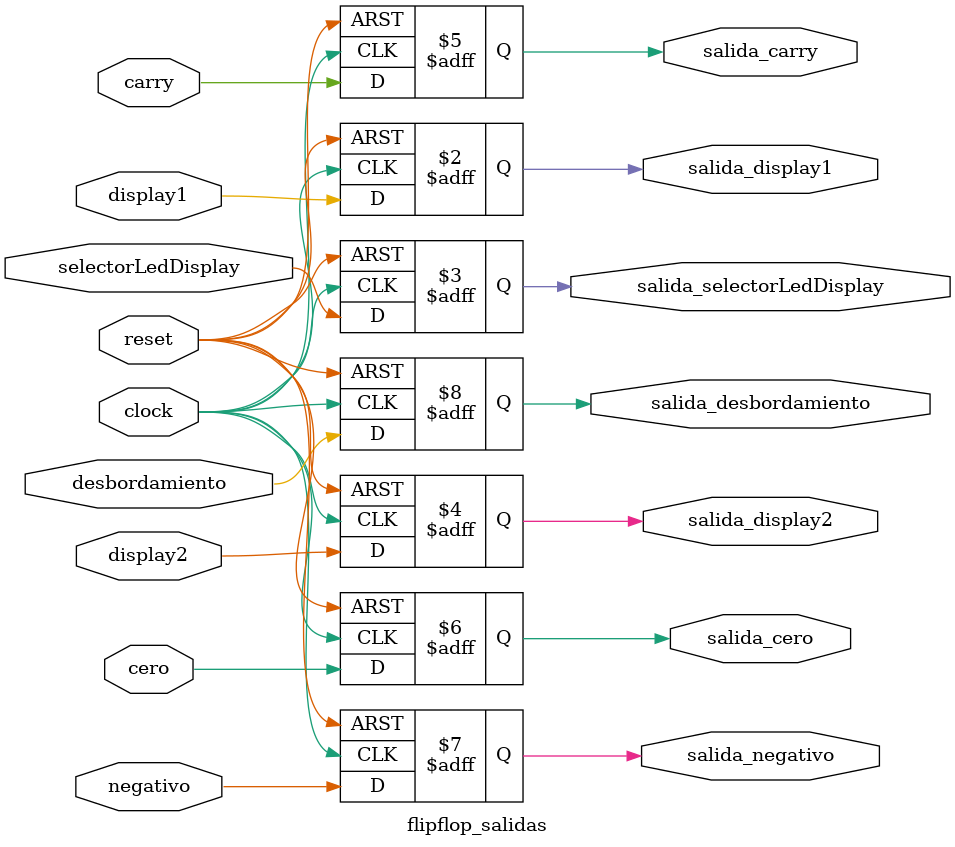
<source format=sv>
module flipflop_salidas( 
					  input logic display1,
					  input logic selectorLedDisplay,
					  input logic display2,
					  input logic carry, 
					  input logic cero,
					  input logic negativo,
					  input logic desbordamiento,
					  input logic reset,
					  input logic clock, 
					  output logic salida_display1,
					  output logic salida_selectorLedDisplay,
					  output logic salida_display2,
					  output logic salida_carry, 
					  output logic salida_cero,
					  output logic salida_negativo,
					  output logic salida_desbordamiento);
					  
always @ (posedge clock or posedge reset)	
begin
	if (reset)
		begin
			salida_display1=0;
			salida_selectorLedDisplay=0;
			salida_display2=0;
			salida_carry=0;
			salida_cero=0;
			salida_negativo=0;
			salida_desbordamiento=0;
		end
	else
	begin
		salida_display1 = display1;
		salida_selectorLedDisplay = selectorLedDisplay;
		salida_display2 = display2;
		salida_carry = carry;
		salida_cero = cero;
		salida_negativo = negativo;
		salida_desbordamiento = desbordamiento;
			
		end
end
endmodule				  
					  
</source>
